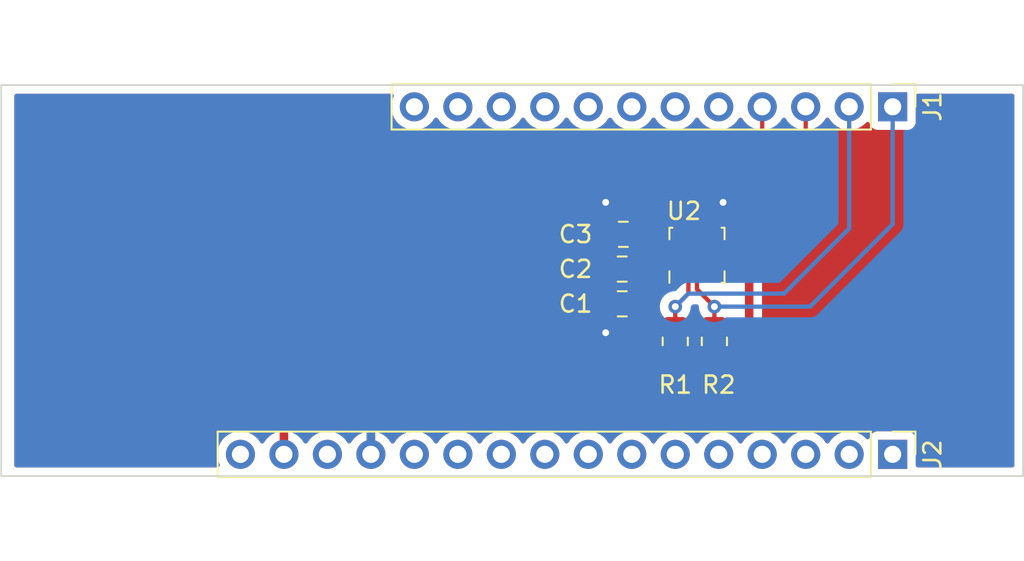
<source format=kicad_pcb>
(kicad_pcb (version 20221018) (generator pcbnew)
  (title_block (title "CSE/EE 475 ESP32 Example") (rev "1.0") (company "University of Washington"))
  (layers (0 "F.Cu" signal) (31 "B.Cu" signal) (34 "B.Paste" user) (35 "F.Paste" user) (36 "B.SilkS" user "B.Silkscreen") (37 "F.SilkS" user "F.Silkscreen") (38 "B.Mask" user) (39 "F.Mask" user) (44 "Edge.Cuts" user))
  (net 0 "")
  (net 1 "+3.3V")
  (net 2 "GND")
  (net 3 "Net-(U2-REGOUT)")
  (net 4 "SCL")
  (net 5 "SDA")
  (net 6 "GPIO14")
  (net 8 "GPIO32")
  (net 9 "GPIO15")
  (net 10 "GPIO33")
  (net 11 "GPIO27")
  (net 12 "GPIO12")
  (net 13 "LED")
  (net 14 "VUSB")
  (net 15 "EN")
  (net 16 "VBAT")
  (net 17 "GPIO04")
  (net 18 "TX")
  (net 19 "RX")
  (net 20 "POCI")
  (net 21 "PICO")
  (net 22 "SCK")
  (net 23 "A5")
  (net 24 "A4")
  (net 25 "A3")
  (net 26 "A2")
  (net 27 "A1")
  (net 28 "A0")
  (net 30 "RESET")
  (footprint "Package_LGA:LGA-16_3x3mm_P0.5mm_LayoutBorder3x5y" (layer "F.Cu") (at 161.544 95.295 90)
    (fp_text reference "U2" (at 2.585 -0.762) (layer "F.SilkS"))
    (fp_text value "ICM-20602")
    (fp_line (start -1.61 1.61) (end -1.61 1.435) (stroke (width 0.12)) (layer "F.SilkS"))
    (fp_line (start -0.935 -1.61) (end -1.61 -1.61) (stroke (width 0.12)) (layer "F.SilkS"))
    (fp_line (start -0.935 1.61) (end -1.61 1.61) (stroke (width 0.12)) (layer "F.SilkS"))
    (fp_line (start 0.935 -1.61) (end 1.61 -1.61) (stroke (width 0.12)) (layer "F.SilkS"))
    (fp_line (start 0.935 1.61) (end 1.61 1.61) (stroke (width 0.12)) (layer "F.SilkS"))
    (fp_line (start 1.61 -1.61) (end 1.61 -1.435) (stroke (width 0.12)) (layer "F.SilkS"))
    (fp_line (start 1.61 1.61) (end 1.61 1.435) (stroke (width 0.12)) (layer "F.SilkS"))
    (pad "1" smd roundrect (at -1.225 -1 90) (size 0.55 0.35) (layers "F.Cu" "F.Paste" "F.Mask") (net 1 "+3.3V"))
    (pad "2" smd roundrect (at -1.225 -0.5 90) (size 0.55 0.35) (layers "F.Cu" "F.Paste" "F.Mask") (net 4 "SCL"))
    (pad "3" smd roundrect (at -1.225 0 90) (size 0.55 0.35) (layers "F.Cu" "F.Paste" "F.Mask") (net 5 "SDA"))
    (pad "4" smd roundrect (at -1.225 0.5 90) (size 0.55 0.35) (layers "F.Cu" "F.Paste" "F.Mask") (net 1 "+3.3V"))
    (pad "5" smd roundrect (at -1.225 1 90) (size 0.55 0.35) (layers "F.Cu" "F.Paste" "F.Mask") (net 1 "+3.3V"))
    (pad "6" smd roundrect (at -0.5 1.225 90) (size 0.35 0.55) (layers "F.Cu" "F.Paste" "F.Mask") (net 6 "GPIO14"))
    (pad "7" smd roundrect (at 0 1.225 90) (size 0.35 0.55) (layers "F.Cu" "F.Paste" "F.Mask"))
    (pad "8" smd roundrect (at 0.5 1.225 90) (size 0.35 0.55) (layers "F.Cu" "F.Paste" "F.Mask") (net 8 "GPIO32"))
    (pad "9" smd roundrect (at 1.225 1 90) (size 0.55 0.35) (layers "F.Cu" "F.Paste" "F.Mask") (net 2 "GND"))
    (pad "10" smd roundrect (at 1.225 0.5 90) (size 0.55 0.35) (layers "F.Cu" "F.Paste" "F.Mask") (net 2 "GND"))
    (pad "11" smd roundrect (at 1.225 0 90) (size 0.55 0.35) (layers "F.Cu" "F.Paste" "F.Mask") (net 2 "GND"))
    (pad "12" smd roundrect (at 1.225 -0.5 90) (size 0.55 0.35) (layers "F.Cu" "F.Paste" "F.Mask") (net 2 "GND"))
    (pad "13" smd roundrect (at 1.225 -1 90) (size 0.55 0.35) (layers "F.Cu" "F.Paste" "F.Mask") (net 2 "GND"))
    (pad "14" smd roundrect (at 0.5 -1.225 90) (size 0.35 0.55) (layers "F.Cu" "F.Paste" "F.Mask") (net 3 "Net-(U2-REGOUT)"))
    (pad "15" smd roundrect (at 0 -1.225 90) (size 0.35 0.55) (layers "F.Cu" "F.Paste" "F.Mask") (net 2 "GND"))
    (pad "16" smd roundrect (at -0.5 -1.225 90) (size 0.35 0.55) (layers "F.Cu" "F.Paste" "F.Mask") (net 1 "+3.3V"))
  )
  (footprint "Resistor_SMD:R_0805_2012Metric" (layer "F.Cu") (at 160.274 100.33 90)
    (fp_text reference "R1" (at -2.54 0 180) (layer "F.SilkS"))
    (fp_text value "4.7k")
    (fp_line (start -0.227064 -0.735) (end 0.227064 -0.735) (stroke (width 0.12)) (layer "F.SilkS"))
    (fp_line (start -0.227064 0.735) (end 0.227064 0.735) (stroke (width 0.12)) (layer "F.SilkS"))
    (pad "1" smd roundrect (at -0.9125 0 90) (size 1.025 1.4) (layers "F.Cu" "F.Paste" "F.Mask") (roundrect_rratio 0.243902439) (net 1 "+3.3V"))
    (pad "2" smd roundrect (at 0.9125 0 90) (size 1.025 1.4) (layers "F.Cu" "F.Paste" "F.Mask") (roundrect_rratio 0.243902439) (net 4 "SCL"))
  )
  (footprint "Connector_PinHeader_2.54mm:PinHeader_1x12_P2.54mm_Vertical" (layer "F.Cu") (at 172.974 86.614 -90)
    (fp_text reference "J1" (at 0 -2.33 90) (layer "F.SilkS"))
    (fp_text value "Conn_01x12_Pin")
    (fp_line (start -1.33 -1.33) (end 0 -1.33) (stroke (width 0.12)) (layer "F.SilkS"))
    (fp_line (start -1.33 0) (end -1.33 -1.33) (stroke (width 0.12)) (layer "F.SilkS"))
    (fp_line (start -1.33 1.27) (end -1.33 29.27) (stroke (width 0.12)) (layer "F.SilkS"))
    (fp_line (start -1.33 1.27) (end 1.33 1.27) (stroke (width 0.12)) (layer "F.SilkS"))
    (fp_line (start -1.33 29.27) (end 1.33 29.27) (stroke (width 0.12)) (layer "F.SilkS"))
    (fp_line (start 1.33 1.27) (end 1.33 29.27) (stroke (width 0.12)) (layer "F.SilkS"))
    (pad "1" thru_hole rect locked (at 0 0 270) (size 1.7 1.7) (drill 1) (layers "*.Cu" "*.Mask") (net 5 "SDA"))
    (pad "2" thru_hole oval locked (at 0 2.54 270) (size 1.7 1.7) (drill 1) (layers "*.Cu" "*.Mask") (net 4 "SCL"))
    (pad "3" thru_hole oval locked (at 0 5.08 270) (size 1.7 1.7) (drill 1) (layers "*.Cu" "*.Mask") (net 6 "GPIO14"))
    (pad "4" thru_hole oval locked (at 0 7.62 270) (size 1.7 1.7) (drill 1) (layers "*.Cu" "*.Mask") (net 8 "GPIO32"))
    (pad "5" thru_hole oval locked (at 0 10.16 270) (size 1.7 1.7) (drill 1) (layers "*.Cu" "*.Mask") (net 9 "GPIO15"))
    (pad "6" thru_hole oval locked (at 0 12.7 270) (size 1.7 1.7) (drill 1) (layers "*.Cu" "*.Mask") (net 10 "GPIO33"))
    (pad "7" thru_hole oval locked (at 0 15.24 270) (size 1.7 1.7) (drill 1) (layers "*.Cu" "*.Mask") (net 11 "GPIO27"))
    (pad "8" thru_hole oval locked (at 0 17.78 270) (size 1.7 1.7) (drill 1) (layers "*.Cu" "*.Mask") (net 12 "GPIO12"))
    (pad "9" thru_hole oval locked (at 0 20.32 270) (size 1.7 1.7) (drill 1) (layers "*.Cu" "*.Mask") (net 13 "LED"))
    (pad "10" thru_hole oval locked (at 0 22.86 270) (size 1.7 1.7) (drill 1) (layers "*.Cu" "*.Mask") (net 14 "VUSB"))
    (pad "11" thru_hole oval locked (at 0 25.4 270) (size 1.7 1.7) (drill 1) (layers "*.Cu" "*.Mask") (net 15 "EN"))
    (pad "12" thru_hole oval locked (at 0 27.94 270) (size 1.7 1.7) (drill 1) (layers "*.Cu" "*.Mask") (net 16 "VBAT"))
  )
  (footprint "Connector_PinHeader_2.54mm:PinHeader_1x16_P2.54mm_Vertical" (layer "F.Cu") (at 172.974 106.934 -90)
    (fp_text reference "J2" (at 0 -2.33 90) (layer "F.SilkS"))
    (fp_text value "Conn_01x16_Pin")
    (fp_line (start -1.33 -1.33) (end 0 -1.33) (stroke (width 0.12)) (layer "F.SilkS"))
    (fp_line (start -1.33 0) (end -1.33 -1.33) (stroke (width 0.12)) (layer "F.SilkS"))
    (fp_line (start -1.33 1.27) (end -1.33 39.43) (stroke (width 0.12)) (layer "F.SilkS"))
    (fp_line (start -1.33 1.27) (end 1.33 1.27) (stroke (width 0.12)) (layer "F.SilkS"))
    (fp_line (start -1.33 39.43) (end 1.33 39.43) (stroke (width 0.12)) (layer "F.SilkS"))
    (fp_line (start 1.33 1.27) (end 1.33 39.43) (stroke (width 0.12)) (layer "F.SilkS"))
    (pad "1" thru_hole rect locked (at 0 0 270) (size 1.7 1.7) (drill 1) (layers "*.Cu" "*.Mask") (net 17 "GPIO04"))
    (pad "2" thru_hole oval locked (at 0 2.54 270) (size 1.7 1.7) (drill 1) (layers "*.Cu" "*.Mask") (net 18 "TX"))
    (pad "3" thru_hole oval locked (at 0 5.08 270) (size 1.7 1.7) (drill 1) (layers "*.Cu" "*.Mask") (net 19 "RX"))
    (pad "4" thru_hole oval locked (at 0 7.62 270) (size 1.7 1.7) (drill 1) (layers "*.Cu" "*.Mask") (net 20 "POCI"))
    (pad "5" thru_hole oval locked (at 0 10.16 270) (size 1.7 1.7) (drill 1) (layers "*.Cu" "*.Mask") (net 21 "PICO"))
    (pad "6" thru_hole oval locked (at 0 12.7 270) (size 1.7 1.7) (drill 1) (layers "*.Cu" "*.Mask") (net 22 "SCK"))
    (pad "7" thru_hole oval locked (at 0 15.24 270) (size 1.7 1.7) (drill 1) (layers "*.Cu" "*.Mask") (net 23 "A5"))
    (pad "8" thru_hole oval locked (at 0 17.78 270) (size 1.7 1.7) (drill 1) (layers "*.Cu" "*.Mask") (net 24 "A4"))
    (pad "9" thru_hole oval locked (at 0 20.32 270) (size 1.7 1.7) (drill 1) (layers "*.Cu" "*.Mask") (net 25 "A3"))
    (pad "10" thru_hole oval locked (at 0 22.86 270) (size 1.7 1.7) (drill 1) (layers "*.Cu" "*.Mask") (net 26 "A2"))
    (pad "11" thru_hole oval locked (at 0 25.4 270) (size 1.7 1.7) (drill 1) (layers "*.Cu" "*.Mask") (net 27 "A1"))
    (pad "12" thru_hole oval locked (at 0 27.94 270) (size 1.7 1.7) (drill 1) (layers "*.Cu" "*.Mask") (net 28 "A0"))
    (pad "13" thru_hole oval locked (at 0 30.48 270) (size 1.7 1.7) (drill 1) (layers "*.Cu" "*.Mask") (net 2 "GND"))
    (pad "14" thru_hole oval locked (at 0 33.02 270) (size 1.7 1.7) (drill 1) (layers "*.Cu" "*.Mask"))
    (pad "15" thru_hole oval locked (at 0 35.56 270) (size 1.7 1.7) (drill 1) (layers "*.Cu" "*.Mask") (net 1 "+3.3V"))
    (pad "16" thru_hole oval locked (at 0 38.1 270) (size 1.7 1.7) (drill 1) (layers "*.Cu" "*.Mask") (net 30 "RESET"))
  )
  (footprint "Resistor_SMD:R_0805_2012Metric" (layer "F.Cu") (at 162.56 100.33 90)
    (fp_text reference "R2" (at -2.54 0.254 180) (layer "F.SilkS"))
    (fp_text value "4.7k")
    (fp_line (start -0.227064 -0.735) (end 0.227064 -0.735) (stroke (width 0.12)) (layer "F.SilkS"))
    (fp_line (start -0.227064 0.735) (end 0.227064 0.735) (stroke (width 0.12)) (layer "F.SilkS"))
    (pad "1" smd roundrect (at -0.9125 0 90) (size 1.025 1.4) (layers "F.Cu" "F.Paste" "F.Mask") (roundrect_rratio 0.243902439) (net 1 "+3.3V"))
    (pad "2" smd roundrect (at 0.9125 0 90) (size 1.025 1.4) (layers "F.Cu" "F.Paste" "F.Mask") (roundrect_rratio 0.243902439) (net 5 "SDA"))
  )
  (footprint "Capacitor_SMD:C_0805_2012Metric" (layer "F.Cu") (at 157.176 96.102 180)
    (fp_text reference "C2" (at 2.728 0) (layer "F.SilkS"))
    (fp_text value "2.2uF")
    (fp_line (start -0.261252 -0.735) (end 0.261252 -0.735) (stroke (width 0.12)) (layer "F.SilkS"))
    (fp_line (start -0.261252 0.735) (end 0.261252 0.735) (stroke (width 0.12)) (layer "F.SilkS"))
    (pad "1" smd roundrect (at -0.95 0 180) (size 1 1.45) (layers "F.Cu" "F.Paste" "F.Mask") (net 1 "+3.3V"))
    (pad "2" smd roundrect (at 0.95 0 180) (size 1 1.45) (layers "F.Cu" "F.Paste" "F.Mask") (net 2 "GND"))
  )
  (footprint "Capacitor_SMD:C_0805_2012Metric" (layer "F.Cu") (at 157.242 94.07 180)
    (fp_text reference "C3" (at 2.794 0) (layer "F.SilkS"))
    (fp_text value "0.1uF")
    (fp_line (start -0.261252 -0.735) (end 0.261252 -0.735) (stroke (width 0.12)) (layer "F.SilkS"))
    (fp_line (start -0.261252 0.735) (end 0.261252 0.735) (stroke (width 0.12)) (layer "F.SilkS"))
    (pad "1" smd roundrect (at -0.95 0 180) (size 1 1.45) (layers "F.Cu" "F.Paste" "F.Mask") (net 3 "Net-(U2-REGOUT)"))
    (pad "2" smd roundrect (at 0.95 0 180) (size 1 1.45) (layers "F.Cu" "F.Paste" "F.Mask") (net 2 "GND"))
  )
  (footprint "Capacitor_SMD:C_0805_2012Metric" (layer "F.Cu") (at 157.176 98.134 180)
    (fp_text reference "C1" (at 2.728 0) (layer "F.SilkS"))
    (fp_text value "0.1uF")
    (fp_line (start -0.261252 -0.735) (end 0.261252 -0.735) (stroke (width 0.12)) (layer "F.SilkS"))
    (fp_line (start -0.261252 0.735) (end 0.261252 0.735) (stroke (width 0.12)) (layer "F.SilkS"))
    (pad "1" smd roundrect (at -0.95 0 180) (size 1 1.45) (layers "F.Cu" "F.Paste" "F.Mask") (net 1 "+3.3V"))
    (pad "2" smd roundrect (at 0.95 0 180) (size 1 1.45) (layers "F.Cu" "F.Paste" "F.Mask") (net 2 "GND"))
  )
  (gr_line (start 180.594 85.344) (end 180.594 108.204) (stroke (width 0.1)) (layer "Edge.Cuts"))
  (gr_line (start 180.594 108.204) (end 120.904 108.204) (stroke (width 0.1)) (layer "Edge.Cuts"))
  (gr_line (start 120.904 108.204) (end 120.904 85.344) (stroke (width 0.1)) (layer "Edge.Cuts"))
  (gr_line (start 120.904 85.344) (end 180.594 85.344) (stroke (width 0.1)) (layer "Edge.Cuts"))
  (segment (start 162.814 96.52) (end 163.068 96.52) (width 0.25) (layer "F.Cu") (net 1))
  (segment (start 158.126 98.134) (end 158.126 101.2425) (width 0.5) (layer "F.Cu") (net 1))
  (segment (start 158.496 101.2425) (end 162.56 101.2425) (width 0.5) (layer "F.Cu") (net 1))
  (segment (start 164.592 96.52) (end 164.592 101.2425) (width 0.5) (layer "F.Cu") (net 1))
  (segment (start 164.592 96.52) (end 163.068 96.52) (width 0.5) (layer "F.Cu") (net 1))
  (segment (start 158.126 101.2425) (end 158.496 101.2425) (width 0.5) (layer "F.Cu") (net 1))
  (segment (start 162.814 96.52) (end 162.044 96.52) (width 0.25) (layer "F.Cu") (net 1))
  (segment (start 162.544 96.52) (end 162.814 96.52) (width 0.25) (layer "F.Cu") (net 1))
  (segment (start 160.544 96.02) (end 160.319 95.795) (width 0.25) (layer "F.Cu") (net 1))
  (segment (start 137.414 101.2425) (end 137.414 106.934) (width 0.5) (layer "F.Cu") (net 1))
  (segment (start 164.592 101.2425) (end 162.56 101.2425) (width 0.5) (layer "F.Cu") (net 1))
  (segment (start 160.319 95.795) (end 158.433 95.795) (width 0.25) (layer "F.Cu") (net 1))
  (segment (start 160.544 96.52) (end 160.544 96.02) (width 0.25) (layer "F.Cu") (net 1))
  (segment (start 158.126 98.134) (end 158.126 96.102) (width 0.5) (layer "F.Cu") (net 1))
  (segment (start 158.496 101.2425) (end 137.414 101.2425) (width 0.5) (layer "F.Cu") (net 1))
  (segment (start 158.433 95.795) (end 158.126 96.102) (width 0.25) (layer "F.Cu") (net 1))
  (segment (start 160.319 95.295) (end 161.29 95.295) (width 0.25) (layer "F.Cu") (net 2))
  (via (at 156.21 92.202) (size 0.8) (drill 0.4) (layers "F.Cu" "B.Cu") (net 2))
  (via (at 156.21 99.822) (size 0.8) (drill 0.4) (layers "F.Cu" "B.Cu") (net 2))
  (via (at 163.068 92.202) (size 0.8) (drill 0.4) (layers "F.Cu" "B.Cu") (net 2))
  (segment (start 159.819 94.795) (end 159.094 94.07) (width 0.25) (layer "F.Cu") (net 3))
  (segment (start 159.094 94.07) (end 158.192 94.07) (width 0.25) (layer "F.Cu") (net 3))
  (segment (start 160.319 94.795) (end 159.819 94.795) (width 0.25) (layer "F.Cu") (net 3))
  (segment (start 160.274 98.298) (end 160.274 99.4175) (width 0.25) (layer "F.Cu") (net 4))
  (segment (start 160.274 98.298) (end 161.044 97.528) (width 0.25) (layer "F.Cu") (net 4))
  (segment (start 161.044 97.528) (end 161.044 96.52) (width 0.25) (layer "F.Cu") (net 4))
  (via (at 160.274 98.298) (size 0.8) (drill 0.4) (layers "F.Cu" "B.Cu") (net 4))
  (segment (start 170.434 93.726) (end 166.624 97.536) (width 0.25) (layer "B.Cu") (net 4))
  (segment (start 166.624 97.536) (end 161.036 97.536) (width 0.25) (layer "B.Cu") (net 4))
  (segment (start 161.036 97.536) (end 160.274 98.298) (width 0.25) (layer "B.Cu") (net 4))
  (segment (start 170.434 86.614) (end 170.434 93.726) (width 0.25) (layer "B.Cu") (net 4))
  (segment (start 162.56 98.298) (end 162.56 99.388) (width 0.25) (layer "F.Cu") (net 5))
  (segment (start 161.544 97.282) (end 161.544 96.52) (width 0.25) (layer "F.Cu") (net 5))
  (segment (start 162.56 98.298) (end 161.544 97.282) (width 0.25) (layer "F.Cu") (net 5))
  (via (at 162.56 98.298) (size 0.8) (drill 0.4) (layers "F.Cu" "B.Cu") (net 5))
  (segment (start 162.56 98.298) (end 168.148 98.298) (width 0.25) (layer "B.Cu") (net 5))
  (segment (start 172.974 93.472) (end 172.974 86.614) (width 0.25) (layer "B.Cu") (net 5))
  (segment (start 168.148 98.298) (end 172.974 93.472) (width 0.25) (layer "B.Cu") (net 5))
  (segment (start 164.555 95.795) (end 167.894 92.456) (width 0.25) (layer "F.Cu") (net 6))
  (segment (start 162.769 95.795) (end 164.555 95.795) (width 0.25) (layer "F.Cu") (net 6))
  (segment (start 167.894 92.456) (end 167.894 86.614) (width 0.25) (layer "F.Cu") (net 6))
  (segment (start 163.777 94.795) (end 165.354 93.218) (width 0.25) (layer "F.Cu") (net 8))
  (segment (start 162.769 94.795) (end 163.777 94.795) (width 0.25) (layer "F.Cu") (net 8))
  (segment (start 165.354 93.218) (end 165.354 86.614) (width 0.25) (layer "F.Cu") (net 8))
  (zone (net 2) (net_name "GND") (layers "F&B.Cu") (priority 1) (connect_pads (clearance 0.5)) (min_thickness 0.25) (fill yes (thermal_gap 0.5) (thermal_bridge_width 0.5))
    (polygon (pts (xy 121.666 85.852) (xy 180.086 85.852) (xy 180.086 107.696) (xy 121.666 107.696)))
  )
)
</source>
